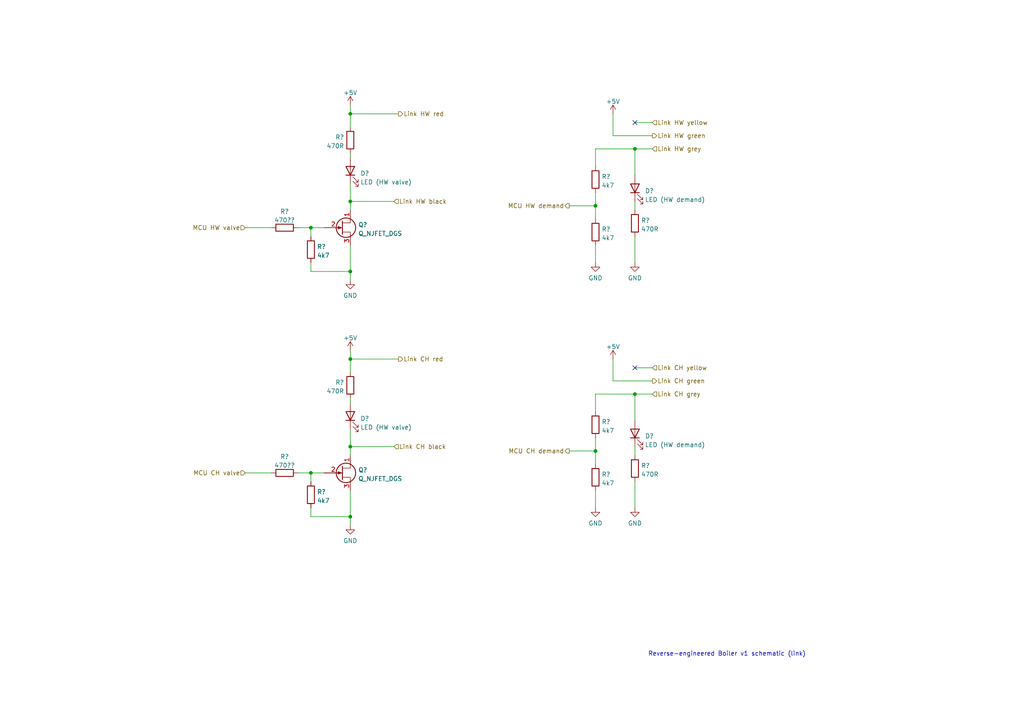
<source format=kicad_sch>
(kicad_sch (version 20211123) (generator eeschema)
  (paper "A4")
  (lib_symbols
    (symbol "Device:LED" (pin_numbers hide) (pin_names (offset 1.016) hide)
      (property "Reference" "D" (at 0 2.54 0))
      (property "Value" "LED" (at 0 -2.54 0))
      (symbol "LED_0_1"
        (polyline (pts (xy -1.27 -1.27) (xy -1.27 1.27)) (stroke (width 0.254)))
        (polyline (pts (xy -1.27 0) (xy 1.27 0)))
        (polyline (pts (xy 1.27 -1.27) (xy 1.27 1.27) (xy -1.27 0) (xy 1.27 -1.27)) (stroke (width 0.254)))
        (polyline (pts (xy -3.048 -0.762) (xy -4.572 -2.286) (xy -3.81 -2.286) (xy -4.572 -2.286) (xy -4.572 -1.524)))
        (polyline (pts (xy -1.778 -0.762) (xy -3.302 -2.286) (xy -2.54 -2.286) (xy -3.302 -2.286) (xy -3.302 -1.524)))
      )
      (symbol "LED_1_1"
        (pin passive line (at -3.81 0 0) (length 2.54) (name "K") (number "1"))
        (pin passive line (at 3.81 0 180) (length 2.54) (name "A") (number "2"))
      )
    )
    (symbol "Device:Q_NJFET_DGS" (pin_names (offset 0) hide)
      (property "Reference" "Q" (at 5.08 1.27 0))
      (property "Value" "Q_NJFET_DGS" (at 5.08 -1.27 0))
      (symbol "Q_NJFET_DGS_0_1"
        (polyline (pts (xy 0.254 1.905) (xy 0.254 -1.905) (xy 0.254 -1.905)) (stroke (width 0.254)))
        (polyline (pts (xy 2.54 -2.54) (xy 2.54 -1.27) (xy 0.254 -1.27)))
        (polyline (pts (xy 2.54 2.54) (xy 2.54 1.397) (xy 0.254 1.397)))
        (polyline (pts (xy 0 0) (xy -1.016 0.381) (xy -1.016 -0.381) (xy 0 0)) (fill (type outline)))
        (circle (center 1.27 0) (radius 2.8194) (stroke (width 0.254)))
      )
      (symbol "Q_NJFET_DGS_1_1"
        (pin passive line (at 2.54 5.08 270) (length 2.54) (name "D") (number "1"))
        (pin input line (at -5.08 0 0) (length 5.334) (name "G") (number "2"))
        (pin passive line (at 2.54 -5.08 90) (length 2.54) (name "S") (number "3"))
      )
    )
    (symbol "Device:R" (pin_numbers hide) (pin_names (offset 0))
      (property "Reference" "R" (at 2.032 0 90))
      (property "Value" "R" (at 0 0 90))
      (symbol "R_0_1"
        (rectangle (start -1.016 -2.54) (end 1.016 2.54) (stroke (width 0.254)))
      )
      (symbol "R_1_1"
        (pin passive line (at 0 3.81 270) (length 1.27) (name "~") (number "1"))
        (pin passive line (at 0 -3.81 90) (length 1.27) (name "~") (number "2"))
      )
    )
    (symbol "power:+5V" (power) (pin_names (offset 0))
      (property "Value" "+5V" (at 0 3.556 0))
      (symbol "+5V_0_1"
        (polyline (pts (xy -0.762 1.27) (xy 0 2.54)))
        (polyline (pts (xy 0 0) (xy 0 2.54)))
        (polyline (pts (xy 0 2.54) (xy 0.762 1.27)))
      )
      (symbol "+5V_1_1"
        (pin power_in line (at 0 0 90) (length 0) hide (name "+5V") (number "1"))
      )
    )
    (symbol "power:GND" (power) (pin_names (offset 0))
      (property "Value" "GND" (at 0 -3.81 0))
      (symbol "GND_0_1"
        (polyline (pts (xy 0 0) (xy 0 -1.27) (xy 1.27 -1.27) (xy 0 -2.54) (xy -1.27 -1.27) (xy 0 -1.27)))
      )
      (symbol "GND_1_1"
        (pin power_in line (at 0 0 270) (length 0) hide (name "GND") (number "1"))
      )
    )
  )
  (junction (at 184.15 114.3))
  (junction (at 90.17 66.04))
  (junction (at 101.6 129.54))
  (junction (at 90.17 137.16))
  (junction (at 101.6 78.74))
  (junction (at 101.6 104.14))
  (junction (at 172.72 130.81))
  (junction (at 101.6 58.42))
  (junction (at 172.72 59.69))
  (junction (at 101.6 149.86))
  (junction (at 184.15 43.18))
  (junction (at 101.6 33.02))
  (no_connect (at 184.15 106.68))
  (no_connect (at 184.15 35.56))
  (wire (pts (xy 172.72 55.88) (xy 172.72 59.69)))
  (wire (pts (xy 184.15 129.54) (xy 184.15 132.08)))
  (wire (pts (xy 90.17 149.86) (xy 101.6 149.86)))
  (wire (pts (xy 165.1 130.81) (xy 172.72 130.81)))
  (wire (pts (xy 71.12 66.04) (xy 78.74 66.04)))
  (wire (pts (xy 90.17 78.74) (xy 90.17 76.2)))
  (wire (pts (xy 90.17 66.04) (xy 90.17 68.58)))
  (wire (pts (xy 114.3 129.54) (xy 101.6 129.54)))
  (wire (pts (xy 101.6 149.86) (xy 101.6 152.4)))
  (wire (pts (xy 115.57 104.14) (xy 101.6 104.14)))
  (wire (pts (xy 165.1 59.69) (xy 172.72 59.69)))
  (wire (pts (xy 101.6 53.34) (xy 101.6 58.42)))
  (wire (pts (xy 172.72 114.3) (xy 184.15 114.3)))
  (wire (pts (xy 172.72 59.69) (xy 172.72 63.5)))
  (wire (pts (xy 172.72 71.12) (xy 172.72 76.2)))
  (wire (pts (xy 101.6 101.6) (xy 101.6 104.14)))
  (wire (pts (xy 101.6 44.45) (xy 101.6 45.72)))
  (wire (pts (xy 101.6 124.46) (xy 101.6 129.54)))
  (wire (pts (xy 184.15 114.3) (xy 184.15 121.92)))
  (wire (pts (xy 184.15 43.18) (xy 184.15 50.8)))
  (wire (pts (xy 172.72 48.26) (xy 172.72 43.18)))
  (wire (pts (xy 71.12 137.16) (xy 78.74 137.16)))
  (wire (pts (xy 101.6 58.42) (xy 101.6 60.96)))
  (wire (pts (xy 177.8 39.37) (xy 189.23 39.37)))
  (wire (pts (xy 172.72 130.81) (xy 172.72 134.62)))
  (wire (pts (xy 86.36 66.04) (xy 90.17 66.04)))
  (wire (pts (xy 189.23 43.18) (xy 184.15 43.18)))
  (wire (pts (xy 172.72 142.24) (xy 172.72 147.32)))
  (wire (pts (xy 177.8 110.49) (xy 189.23 110.49)))
  (wire (pts (xy 101.6 78.74) (xy 101.6 81.28)))
  (wire (pts (xy 90.17 137.16) (xy 93.98 137.16)))
  (wire (pts (xy 101.6 33.02) (xy 101.6 36.83)))
  (wire (pts (xy 101.6 129.54) (xy 101.6 132.08)))
  (wire (pts (xy 101.6 30.48) (xy 101.6 33.02)))
  (wire (pts (xy 177.8 104.14) (xy 177.8 110.49)))
  (wire (pts (xy 90.17 66.04) (xy 93.98 66.04)))
  (wire (pts (xy 101.6 71.12) (xy 101.6 78.74)))
  (wire (pts (xy 184.15 68.58) (xy 184.15 76.2)))
  (wire (pts (xy 101.6 104.14) (xy 101.6 107.95)))
  (wire (pts (xy 177.8 33.02) (xy 177.8 39.37)))
  (wire (pts (xy 184.15 35.56) (xy 189.23 35.56)))
  (wire (pts (xy 172.72 43.18) (xy 184.15 43.18)))
  (wire (pts (xy 172.72 127) (xy 172.72 130.81)))
  (wire (pts (xy 101.6 142.24) (xy 101.6 149.86)))
  (wire (pts (xy 172.72 119.38) (xy 172.72 114.3)))
  (wire (pts (xy 90.17 78.74) (xy 101.6 78.74)))
  (wire (pts (xy 184.15 58.42) (xy 184.15 60.96)))
  (wire (pts (xy 86.36 137.16) (xy 90.17 137.16)))
  (wire (pts (xy 114.3 58.42) (xy 101.6 58.42)))
  (wire (pts (xy 90.17 149.86) (xy 90.17 147.32)))
  (wire (pts (xy 101.6 115.57) (xy 101.6 116.84)))
  (wire (pts (xy 184.15 106.68) (xy 189.23 106.68)))
  (wire (pts (xy 189.23 114.3) (xy 184.15 114.3)))
  (wire (pts (xy 115.57 33.02) (xy 101.6 33.02)))
  (wire (pts (xy 90.17 137.16) (xy 90.17 139.7)))
  (wire (pts (xy 184.15 139.7) (xy 184.15 147.32)))
  (text "Reverse-engineered Boiler v1 schematic (link)\n" (at 187.96 190.5 0) (effects (font (size 1.27 1.27)) (justify left bottom)))
  (hierarchical_label "Link CH red" (shape output) (at 115.57 104.14 0))
  (hierarchical_label "Link CH green" (shape output) (at 189.23 110.49 0))
  (hierarchical_label "Link HW black" (shape input) (at 114.3 58.42 0))
  (hierarchical_label "Link HW grey" (shape input) (at 189.23 43.18 0))
  (hierarchical_label "Link CH black" (shape input) (at 114.3 129.54 0))
  (hierarchical_label "Link HW yellow" (shape input) (at 189.23 35.56 0))
  (hierarchical_label "MCU HW valve" (shape input) (at 71.12 66.04 180))
  (hierarchical_label "Link HW green" (shape output) (at 189.23 39.37 0))
  (hierarchical_label "MCU CH demand" (shape output) (at 165.1 130.81 180))
  (hierarchical_label "MCU HW demand" (shape output) (at 165.1 59.69 180))
  (hierarchical_label "Link HW red" (shape output) (at 115.57 33.02 0))
  (hierarchical_label "MCU CH valve" (shape input) (at 71.12 137.16 180))
  (hierarchical_label "Link CH grey" (shape input) (at 189.23 114.3 0))
  (hierarchical_label "Link CH yellow" (shape input) (at 189.23 106.68 0))
  (symbol (lib_id "power:GND") (at 184.15 76.2 0) (unit 1)
    (property "Reference" "#PWR?" (effects hide))
    (property "Value" "GND" (at 184.15 80.6434 0))
  )
  (symbol (lib_id "Device:R") (at 82.55 137.16 90) (unit 1)
    (property "Reference" "R?" (at 82.55 132.4442 90))
    (property "Value" "470??" (at 82.55 134.9811 90))
  )
  (symbol (lib_id "Device:R") (at 172.72 52.07 0) (unit 1)
    (property "Reference" "R?" (at 174.498 51.2353 0) (effects (justify left)))
    (property "Value" "4k7" (at 174.498 53.7722 0) (effects (justify left)))
  )
  (symbol (lib_id "power:GND") (at 101.6 152.4 0) (unit 1)
    (property "Reference" "#PWR?" (effects hide))
    (property "Value" "GND" (at 101.6 156.8434 0))
  )
  (symbol (lib_id "Device:LED") (at 101.6 49.53 90) (unit 1)
    (property "Reference" "D?" (at 104.521 50.2828 90) (effects (justify right)))
    (property "Value" "LED (HW valve)" (at 104.521 52.8197 90) (effects (justify right)))
  )
  (symbol (lib_id "Device:LED") (at 184.15 54.61 90) (unit 1)
    (property "Reference" "D?" (at 187.071 55.3628 90) (effects (justify right)))
    (property "Value" "LED (HW demand)" (at 187.071 57.8997 90) (effects (justify right)))
  )
  (symbol (lib_id "Device:R") (at 90.17 72.39 0) (unit 1)
    (property "Reference" "R?" (at 91.948 71.5553 0) (effects (justify left)))
    (property "Value" "4k7" (at 91.948 74.0922 0) (effects (justify left)))
  )
  (symbol (lib_id "power:+5V") (at 101.6 30.48 0) (mirror y) (unit 1)
    (property "Reference" "#PWR?" (effects hide))
    (property "Value" "+5V" (at 101.6 26.9042 0))
  )
  (symbol (lib_id "Device:R") (at 101.6 40.64 0) (mirror y) (unit 1)
    (property "Reference" "R?" (at 99.822 39.8053 0) (effects (justify left)))
    (property "Value" "470R" (at 99.822 42.3422 0) (effects (justify left)))
  )
  (symbol (lib_id "Device:R") (at 82.55 66.04 90) (unit 1)
    (property "Reference" "R?" (at 82.55 61.3242 90))
    (property "Value" "470??" (at 82.55 63.8611 90))
  )
  (symbol (lib_id "power:+5V") (at 101.6 101.6 0) (mirror y) (unit 1)
    (property "Reference" "#PWR?" (effects hide))
    (property "Value" "+5V" (at 101.6 98.0242 0))
  )
  (symbol (lib_id "Device:LED") (at 184.15 125.73 90) (unit 1)
    (property "Reference" "D?" (at 187.071 126.4828 90) (effects (justify right)))
    (property "Value" "LED (HW demand)" (at 187.071 129.0197 90) (effects (justify right)))
  )
  (symbol (lib_id "power:+5V") (at 177.8 104.14 0) (mirror y) (unit 1)
    (property "Reference" "#PWR?" (effects hide))
    (property "Value" "+5V" (at 177.8 100.5642 0))
  )
  (symbol (lib_id "Device:LED") (at 101.6 120.65 90) (unit 1)
    (property "Reference" "D?" (at 104.521 121.4028 90) (effects (justify right)))
    (property "Value" "LED (HW valve)" (at 104.521 123.9397 90) (effects (justify right)))
  )
  (symbol (lib_id "power:GND") (at 184.15 147.32 0) (unit 1)
    (property "Reference" "#PWR?" (effects hide))
    (property "Value" "GND" (at 184.15 151.7634 0))
  )
  (symbol (lib_id "Device:R") (at 172.72 67.31 0) (unit 1)
    (property "Reference" "R?" (at 174.498 66.4753 0) (effects (justify left)))
    (property "Value" "4k7" (at 174.498 69.0122 0) (effects (justify left)))
  )
  (symbol (lib_id "Device:Q_NJFET_DGS") (at 99.06 137.16 0) (unit 1)
    (property "Reference" "Q?" (at 103.9114 136.3253 0) (effects (justify left)))
    (property "Value" "Q_NJFET_DGS" (at 103.9114 138.8622 0) (effects (justify left)))
  )
  (symbol (lib_id "Device:R") (at 101.6 111.76 0) (mirror y) (unit 1)
    (property "Reference" "R?" (at 99.822 110.9253 0) (effects (justify left)))
    (property "Value" "470R" (at 99.822 113.4622 0) (effects (justify left)))
  )
  (symbol (lib_id "power:+5V") (at 177.8 33.02 0) (mirror y) (unit 1)
    (property "Reference" "#PWR?" (effects hide))
    (property "Value" "+5V" (at 177.8 29.4442 0))
  )
  (symbol (lib_id "Device:R") (at 184.15 64.77 0) (unit 1)
    (property "Reference" "R?" (at 185.928 63.9353 0) (effects (justify left)))
    (property "Value" "470R" (at 185.928 66.4722 0) (effects (justify left)))
  )
  (symbol (lib_id "power:GND") (at 172.72 76.2 0) (unit 1)
    (property "Reference" "#PWR?" (effects hide))
    (property "Value" "GND" (at 172.72 80.6434 0))
  )
  (symbol (lib_id "Device:R") (at 90.17 143.51 0) (unit 1)
    (property "Reference" "R?" (at 91.948 142.6753 0) (effects (justify left)))
    (property "Value" "4k7" (at 91.948 145.2122 0) (effects (justify left)))
  )
  (symbol (lib_id "power:GND") (at 101.6 81.28 0) (unit 1)
    (property "Reference" "#PWR?" (effects hide))
    (property "Value" "GND" (at 101.6 85.7234 0))
  )
  (symbol (lib_id "Device:Q_NJFET_DGS") (at 99.06 66.04 0) (unit 1)
    (property "Reference" "Q?" (at 103.9114 65.2053 0) (effects (justify left)))
    (property "Value" "Q_NJFET_DGS" (at 103.9114 67.7422 0) (effects (justify left)))
  )
  (symbol (lib_id "Device:R") (at 172.72 138.43 0) (unit 1)
    (property "Reference" "R?" (at 174.498 137.5953 0) (effects (justify left)))
    (property "Value" "4k7" (at 174.498 140.1322 0) (effects (justify left)))
  )
  (symbol (lib_id "Device:R") (at 172.72 123.19 0) (unit 1)
    (property "Reference" "R?" (at 174.498 122.3553 0) (effects (justify left)))
    (property "Value" "4k7" (at 174.498 124.8922 0) (effects (justify left)))
  )
  (symbol (lib_id "Device:R") (at 184.15 135.89 0) (unit 1)
    (property "Reference" "R?" (at 185.928 135.0553 0) (effects (justify left)))
    (property "Value" "470R" (at 185.928 137.5922 0) (effects (justify left)))
  )
  (symbol (lib_id "power:GND") (at 172.72 147.32 0) (unit 1)
    (property "Reference" "#PWR?" (effects hide))
    (property "Value" "GND" (at 172.72 151.7634 0))
  )
)
</source>
